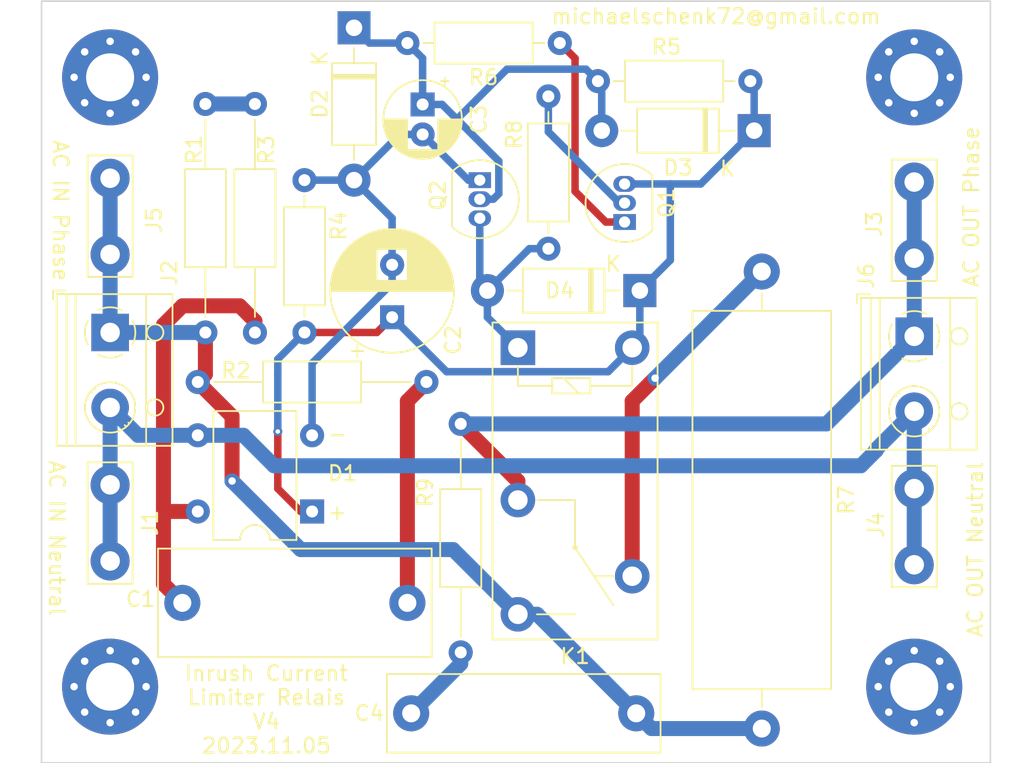
<source format=kicad_pcb>
(kicad_pcb (version 20221018) (generator pcbnew)
  (layers (0 "F.Cu" signal) (31 "B.Cu" signal) (34 "B.Paste" user) (35 "F.Paste" user) (36 "B.SilkS" user "B.Silkscreen") (37 "F.SilkS" user "F.Silkscreen") (38 "B.Mask" user) (39 "F.Mask" user) (44 "Edge.Cuts" user))
  (net 0 "")
  (net 1 "Net-(C1-Pad1)")
  (net 2 "Net-(C1-Pad2)")
  (net 3 "Net-(C2-Pad1)")
  (net 4 "Net-(C2-Pad2)")
  (net 5 "Net-(C3-Pad1)")
  (net 6 "Net-(C4-Pad2)")
  (net 7 "Net-(C4-Pad1)")
  (net 8 "Net-(K1-Pad4)")
  (net 9 "Net-(Q1-Pad1)")
  (net 10 "Net-(Q1-Pad2)")
  (net 11 "Net-(D1-Pad3)")
  (net 12 "Net-(D4-Pad2)")
  (net 13 "Net-(J3-Pad1)")
  (net 14 "Net-(R1-Pad2)")
  (footprint "Diode_THT:D_DO-41_SOD81_P10.16mm_Horizontal" (layer "F.Cu") (at 120.65 75.184 180)
    (fp_text reference "D4" (at 5.334 0) (layer "F.SilkS"))
    (fp_text value "1N4007")
    (fp_text user "K" (at 1.778 1.778) (layer "F.SilkS"))
    (pad "1" thru_hole rect (at 0 0 180) (size 2.2 2.2) (drill 1.1) (layers "*.Cu" "*.Mask") (net 3 "Net-(C2-Pad1)"))
    (pad "2" thru_hole oval (at 10.16 0 180) (size 2.2 2.2) (drill 1.1) (layers "*.Cu" "*.Mask") (net 12 "Net-(D4-Pad2)"))
  )
  (footprint "Resistor_THT:R_Axial_DIN0207_L6.3mm_D2.5mm_P15.24mm_Horizontal" (layer "F.Cu") (at 91.186 81.28)
    (fp_text reference "R2" (at 2.54 -0.762) (layer "F.SilkS"))
    (fp_text value "220R/1W")
    (pad "1" thru_hole circle (at 0 0) (size 1.6 1.6) (drill 0.8) (layers "*.Cu" "*.Mask") (net 7 "Net-(C4-Pad1)"))
    (pad "2" thru_hole oval (at 15.24 0) (size 1.6 1.6) (drill 0.8) (layers "*.Cu" "*.Mask") (net 1 "Net-(C1-Pad1)"))
  )
  (footprint "Capacitor_THT:CP_Radial_D5.0mm_P2.00mm" (layer "F.Cu") (at 106.172 62.77 -90)
    (fp_text reference "C3" (at 1 -3.75 90) (layer "F.SilkS"))
    (fp_text value "22uF/50V")
    (pad "1" thru_hole rect (at 0 0 270) (size 1.6 1.6) (drill 0.8) (layers "*.Cu" "*.Mask") (net 5 "Net-(C3-Pad1)"))
    (pad "2" thru_hole circle (at 2 0 270) (size 1.6 1.6) (drill 0.8) (layers "*.Cu" "*.Mask") (net 4 "Net-(C2-Pad2)"))
  )
  (footprint "TerminalBlock_RND:TerminalBlock_RND_205-00012_1x02_P5.00mm_Horizontal" (layer "F.Cu") (at 85.344 77.978 -90)
    (fp_text reference "J2" (at -3.978 -3.956 90) (layer "F.SilkS"))
    (fp_text value "Screw_Terminal_01x02")
    (pad "1" thru_hole rect (at 0 0 270) (size 2.5 2.5) (drill 1.3) (layers "*.Cu" "*.Mask") (net 7 "Net-(C4-Pad1)"))
    (pad "2" thru_hole circle (at 5 0 270) (size 2.5 2.5) (drill 1.3) (layers "*.Cu" "*.Mask") (net 11 "Net-(D1-Pad3)"))
  )
  (footprint "kicad-snk:TE-726386-2_Pitch5.08mm_Drill1.3mm" (layer "F.Cu") (at 138.938 93.472 90)
    (fp_text reference "J4" (at 2.667 -2.54 90) (layer "F.SilkS"))
    (fp_text value "AC-Neutral-OUT")
    (pad "1" thru_hole circle (at 0 0 90) (size 2.6 2.6) (drill 1.3) (layers "*.Cu" "*.Mask") (net 11 "Net-(D1-Pad3)"))
    (pad "1" thru_hole circle (at 5.08 0 90) (size 2.6 2.6) (drill 1.3) (layers "*.Cu" "*.Mask") (net 11 "Net-(D1-Pad3)"))
  )
  (footprint "Relay_THT:Relay_SPDT_Omron-G5Q-1" (layer "F.Cu") (at 112.522 78.994 -90)
    (fp_text reference "K1" (at 20.574 -3.81 180) (layer "F.SilkS"))
    (fp_text value "Omrom G5Q-1 DC24")
    (pad "1" thru_hole rect (at 0 0 90) (size 2.3 2.3) (drill 1.3) (layers "*.Cu" "*.Mask") (net 12 "Net-(D4-Pad2)"))
    (pad "2" thru_hole circle (at 10.16 0 90) (size 2.3 2.3) (drill 1.3) (layers "*.Cu" "*.Mask") (net 13 "Net-(J3-Pad1)"))
    (pad "3" thru_hole circle (at 17.78 0 90) (size 2.3 2.3) (drill 1.3) (layers "*.Cu" "*.Mask") (net 7 "Net-(C4-Pad1)"))
    (pad "4" thru_hole circle (at 15.24 -7.62 90) (size 2.3 2.3) (drill 1.3) (layers "*.Cu" "*.Mask") (net 8 "Net-(K1-Pad4)"))
    (pad "5" thru_hole circle (at 0 -7.62 90) (size 2.3 2.3) (drill 1.3) (layers "*.Cu" "*.Mask") (net 3 "Net-(C2-Pad1)"))
  )
  (footprint "kicad-snk:TE-726386-2_Pitch5.08mm_Drill1.3mm" (layer "F.Cu") (at 85.344 88.138 -90)
    (fp_text reference "J1" (at 2.54 -2.667 -90) (layer "F.SilkS"))
    (fp_text value "AC-Neutral-IN")
    (pad "1" thru_hole circle (at 0 0 270) (size 2.6 2.6) (drill 1.3) (layers "*.Cu" "*.Mask") (net 11 "Net-(D1-Pad3)"))
    (pad "1" thru_hole circle (at 5.08 0 270) (size 2.6 2.6) (drill 1.3) (layers "*.Cu" "*.Mask") (net 11 "Net-(D1-Pad3)"))
  )
  (footprint "Resistor_THT:R_Axial_DIN0207_L6.3mm_D2.5mm_P10.16mm_Horizontal" (layer "F.Cu") (at 114.554 62.23 -90)
    (fp_text reference "R8" (at 2.54 2.286 90) (layer "F.SilkS"))
    (fp_text value "22k")
    (pad "1" thru_hole circle (at 0 0 270) (size 1.6 1.6) (drill 0.8) (layers "*.Cu" "*.Mask") (net 10 "Net-(Q1-Pad2)"))
    (pad "2" thru_hole oval (at 10.16 0 270) (size 1.6 1.6) (drill 0.8) (layers "*.Cu" "*.Mask") (net 12 "Net-(D4-Pad2)"))
  )
  (footprint "kicad-snk:TE-726386-2_Pitch5.08mm_Drill1.3mm" (layer "F.Cu") (at 138.938 67.945 -90)
    (fp_text reference "J3" (at 2.794 2.667 -90) (layer "F.SilkS"))
    (fp_text value "AC-Phase-OUT")
    (pad "1" thru_hole circle (at 0 0 270) (size 2.6 2.6) (drill 1.3) (layers "*.Cu" "*.Mask") (net 13 "Net-(J3-Pad1)"))
    (pad "1" thru_hole circle (at 5.08 0 270) (size 2.6 2.6) (drill 1.3) (layers "*.Cu" "*.Mask") (net 13 "Net-(J3-Pad1)"))
  )
  (footprint "MountingHole:MountingHole_3.2mm_M3_Pad_Via" (layer "F.Cu") (at 85.344 60.96)
    (fp_text reference "MK1" hide)
    (fp_text value "Mounting_Hole_PAD")
    (pad "1" thru_hole circle (at -2.4 0) (size 0.8 0.8) (drill 0.5) (layers "*.Cu" "*.Mask"))
    (pad "1" thru_hole circle (at -1.697056 -1.697056) (size 0.8 0.8) (drill 0.5) (layers "*.Cu" "*.Mask"))
    (pad "1" thru_hole circle (at -1.697056 1.697056) (size 0.8 0.8) (drill 0.5) (layers "*.Cu" "*.Mask"))
    (pad "1" thru_hole circle (at 0 -2.4) (size 0.8 0.8) (drill 0.5) (layers "*.Cu" "*.Mask"))
    (pad "1" thru_hole circle (at 0 0) (size 6.4 6.4) (drill 3.2) (layers "*.Cu" "*.Mask"))
    (pad "1" thru_hole circle (at 0 2.4) (size 0.8 0.8) (drill 0.5) (layers "*.Cu" "*.Mask"))
    (pad "1" thru_hole circle (at 1.697056 -1.697056) (size 0.8 0.8) (drill 0.5) (layers "*.Cu" "*.Mask"))
    (pad "1" thru_hole circle (at 1.697056 1.697056) (size 0.8 0.8) (drill 0.5) (layers "*.Cu" "*.Mask"))
    (pad "1" thru_hole circle (at 2.4 0) (size 0.8 0.8) (drill 0.5) (layers "*.Cu" "*.Mask"))
  )
  (footprint "Package_TO_SOT_THT:TO-92_Inline" (layer "F.Cu") (at 119.634 70.612 90)
    (fp_text reference "Q1" (at 1.27 2.794 90) (layer "F.SilkS"))
    (fp_text value "BC559")
    (pad "1" thru_hole rect (at 0 0 90) (size 1.05 1.5) (drill 0.75) (layers "*.Cu" "*.Mask") (net 9 "Net-(Q1-Pad1)"))
    (pad "2" thru_hole oval (at 1.27 0 90) (size 1.05 1.5) (drill 0.75) (layers "*.Cu" "*.Mask") (net 10 "Net-(Q1-Pad2)"))
    (pad "3" thru_hole oval (at 2.54 0 90) (size 1.05 1.5) (drill 0.75) (layers "*.Cu" "*.Mask") (net 3 "Net-(C2-Pad1)"))
  )
  (footprint "Package_TO_SOT_THT:TO-92_Inline" (layer "F.Cu") (at 109.982 67.818 -90)
    (fp_text reference "Q2" (at 1.016 2.794 90) (layer "F.SilkS"))
    (fp_text value "2N7000")
    (pad "1" thru_hole rect (at 0 0 270) (size 1.05 1.5) (drill 0.75) (layers "*.Cu" "*.Mask") (net 4 "Net-(C2-Pad2)"))
    (pad "2" thru_hole oval (at 1.27 0 270) (size 1.05 1.5) (drill 0.75) (layers "*.Cu" "*.Mask") (net 5 "Net-(C3-Pad1)"))
    (pad "3" thru_hole oval (at 2.54 0 270) (size 1.05 1.5) (drill 0.75) (layers "*.Cu" "*.Mask") (net 12 "Net-(D4-Pad2)"))
  )
  (footprint "Resistor_THT:R_Axial_DIN0207_L6.3mm_D2.5mm_P10.16mm_Horizontal" (layer "F.Cu") (at 105.156 58.674)
    (fp_text reference "R6" (at 5.08 2.286) (layer "F.SilkS"))
    (fp_text value "220R")
    (pad "1" thru_hole circle (at 0 0) (size 1.6 1.6) (drill 0.8) (layers "*.Cu" "*.Mask") (net 5 "Net-(C3-Pad1)"))
    (pad "2" thru_hole oval (at 10.16 0) (size 1.6 1.6) (drill 0.8) (layers "*.Cu" "*.Mask") (net 9 "Net-(Q1-Pad1)"))
  )
  (footprint "TerminalBlock_RND:TerminalBlock_RND_205-00012_1x02_P5.00mm_Horizontal" (layer "F.Cu") (at 138.938 78.232 -90)
    (fp_text reference "J6" (at -4.032 3.188 90) (layer "F.SilkS"))
    (fp_text value "Screw_Terminal_01x02")
    (pad "1" thru_hole rect (at 0 0 270) (size 2.5 2.5) (drill 1.3) (layers "*.Cu" "*.Mask") (net 13 "Net-(J3-Pad1)"))
    (pad "2" thru_hole circle (at 5 0 270) (size 2.5 2.5) (drill 1.3) (layers "*.Cu" "*.Mask") (net 11 "Net-(D1-Pad3)"))
  )
  (footprint "MountingHole:MountingHole_3.2mm_M3_Pad_Via" (layer "F.Cu") (at 138.938 60.96)
    (fp_text reference "MK4" hide)
    (fp_text value "Mounting_Hole_PAD")
    (pad "1" thru_hole circle (at -2.4 0) (size 0.8 0.8) (drill 0.5) (layers "*.Cu" "*.Mask"))
    (pad "1" thru_hole circle (at -1.697056 -1.697056) (size 0.8 0.8) (drill 0.5) (layers "*.Cu" "*.Mask"))
    (pad "1" thru_hole circle (at -1.697056 1.697056) (size 0.8 0.8) (drill 0.5) (layers "*.Cu" "*.Mask"))
    (pad "1" thru_hole circle (at 0 -2.4) (size 0.8 0.8) (drill 0.5) (layers "*.Cu" "*.Mask"))
    (pad "1" thru_hole circle (at 0 0) (size 6.4 6.4) (drill 3.2) (layers "*.Cu" "*.Mask"))
    (pad "1" thru_hole circle (at 0 2.4) (size 0.8 0.8) (drill 0.5) (layers "*.Cu" "*.Mask"))
    (pad "1" thru_hole circle (at 1.697056 -1.697056) (size 0.8 0.8) (drill 0.5) (layers "*.Cu" "*.Mask"))
    (pad "1" thru_hole circle (at 1.697056 1.697056) (size 0.8 0.8) (drill 0.5) (layers "*.Cu" "*.Mask"))
    (pad "1" thru_hole circle (at 2.4 0) (size 0.8 0.8) (drill 0.5) (layers "*.Cu" "*.Mask"))
  )
  (footprint "Capacitor_THT:CP_Radial_D8.0mm_P3.50mm" (layer "F.Cu") (at 104.14 76.962 90)
    (fp_text reference "C2" (at -1.524 4.064 90) (layer "F.SilkS"))
    (fp_text value "100uF/50V")
    (pad "1" thru_hole rect (at 0 0 90) (size 1.6 1.6) (drill 0.8) (layers "*.Cu" "*.Mask") (net 3 "Net-(C2-Pad1)"))
    (pad "2" thru_hole circle (at 3.5 0 90) (size 1.6 1.6) (drill 0.8) (layers "*.Cu" "*.Mask") (net 4 "Net-(C2-Pad2)"))
  )
  (footprint "Diode_THT:Diode_Bridge_DIP-4_W7.62mm_P5.08mm" (layer "F.Cu") (at 98.806 89.916 180)
    (fp_text reference "D1" (at -2.032 2.54) (layer "F.SilkS"))
    (fp_text value "DF04M")
    (pad "1" thru_hole rect (at 0 0 180) (size 1.6 1.6) (drill 0.8) (layers "*.Cu" "*.Mask") (net 3 "Net-(C2-Pad1)"))
    (pad "2" thru_hole oval (at 0 5.08 180) (size 1.6 1.6) (drill 0.8) (layers "*.Cu" "*.Mask") (net 4 "Net-(C2-Pad2)"))
    (pad "3" thru_hole oval (at 7.62 5.08 180) (size 1.6 1.6) (drill 0.8) (layers "*.Cu" "*.Mask") (net 11 "Net-(D1-Pad3)"))
    (pad "4" thru_hole oval (at 7.62 0 180) (size 1.6 1.6) (drill 0.8) (layers "*.Cu" "*.Mask") (net 2 "Net-(C1-Pad2)"))
  )
  (footprint "Resistor_THT:R_Axial_DIN0207_L6.3mm_D2.5mm_P10.16mm_Horizontal" (layer "F.Cu") (at 98.298 77.978 90)
    (fp_text reference "R4" (at 7.112 2.286 90) (layer "F.SilkS"))
    (fp_text value "3k9")
    (pad "1" thru_hole circle (at 0 0 90) (size 1.6 1.6) (drill 0.8) (layers "*.Cu" "*.Mask") (net 3 "Net-(C2-Pad1)"))
    (pad "2" thru_hole oval (at 10.16 0 90) (size 1.6 1.6) (drill 0.8) (layers "*.Cu" "*.Mask") (net 4 "Net-(C2-Pad2)"))
  )
  (footprint "Capacitor_THT:C_Rect_L18.0mm_W7.0mm_P15.00mm_FKS3_FKP3" (layer "F.Cu") (at 105.156 96.012 180)
    (fp_text reference "C1" (at 17.78 0.254) (layer "F.SilkS"))
    (fp_text value "220nF/X2")
    (pad "1" thru_hole circle (at 0 0 180) (size 2.4 2.4) (drill 1.2) (layers "*.Cu" "*.Mask") (net 1 "Net-(C1-Pad1)"))
    (pad "2" thru_hole circle (at 15 0 180) (size 2.4 2.4) (drill 1.2) (layers "*.Cu" "*.Mask") (net 2 "Net-(C1-Pad2)"))
  )
  (footprint "Resistor_THT:R_Axial_DIN0207_L6.3mm_D2.5mm_P10.16mm_Horizontal" (layer "F.Cu") (at 128.016 61.214 180)
    (fp_text reference "R5" (at 5.588 2.286) (layer "F.SilkS"))
    (fp_text value "100k")
    (pad "1" thru_hole circle (at 0 0 180) (size 1.6 1.6) (drill 0.8) (layers "*.Cu" "*.Mask") (net 3 "Net-(C2-Pad1)"))
    (pad "2" thru_hole oval (at 10.16 0 180) (size 1.6 1.6) (drill 0.8) (layers "*.Cu" "*.Mask") (net 5 "Net-(C3-Pad1)"))
  )
  (footprint "Resistor_THT:R_Axial_DIN0207_L6.3mm_D2.5mm_P15.24mm_Horizontal" (layer "F.Cu") (at 94.996 62.738 -90)
    (fp_text reference "R3" (at 3.048 -0.762 -90) (layer "F.SilkS"))
    (fp_text value "270k/1W")
    (pad "1" thru_hole circle (at 0 0 270) (size 1.6 1.6) (drill 0.8) (layers "*.Cu" "*.Mask") (net 14 "Net-(R1-Pad2)"))
    (pad "2" thru_hole oval (at 15.24 0 270) (size 1.6 1.6) (drill 0.8) (layers "*.Cu" "*.Mask") (net 2 "Net-(C1-Pad2)"))
  )
  (footprint "Diode_THT:D_DO-41_SOD81_P10.16mm_Horizontal" (layer "F.Cu") (at 128.27 64.516 180)
    (fp_text reference "D3" (at 5.08 -2.47) (layer "F.SilkS"))
    (fp_text value "1N4007")
    (fp_text user "K" (at 1.778 -2.54) (layer "F.SilkS"))
    (pad "1" thru_hole rect (at 0 0 180) (size 2.2 2.2) (drill 1.1) (layers "*.Cu" "*.Mask") (net 3 "Net-(C2-Pad1)"))
    (pad "2" thru_hole oval (at 10.16 0 180) (size 2.2 2.2) (drill 1.1) (layers "*.Cu" "*.Mask") (net 5 "Net-(C3-Pad1)"))
  )
  (footprint "kicad-snk:TE-726386-2_Pitch5.08mm_Drill1.3mm" (layer "F.Cu") (at 85.344 72.771 90)
    (fp_text reference "J5" (at 2.286 2.921 90) (layer "F.SilkS"))
    (fp_text value "AC-Phase-IN")
    (pad "1" thru_hole circle (at 0 0 90) (size 2.6 2.6) (drill 1.3) (layers "*.Cu" "*.Mask") (net 7 "Net-(C4-Pad1)"))
    (pad "1" thru_hole circle (at 5.08 0 90) (size 2.6 2.6) (drill 1.3) (layers "*.Cu" "*.Mask") (net 7 "Net-(C4-Pad1)"))
  )
  (footprint "Capacitor_THT:C_Rect_L18.0mm_W5.0mm_P15.00mm_FKS3_FKP3" (layer "F.Cu") (at 120.41 103.378 180)
    (fp_text reference "C4" (at 17.794 0) (layer "F.SilkS"))
    (fp_text value "100nF/X2")
    (pad "1" thru_hole circle (at 0 0 180) (size 2.4 2.4) (drill 1.2) (layers "*.Cu" "*.Mask") (net 7 "Net-(C4-Pad1)"))
    (pad "2" thru_hole circle (at 15 0 180) (size 2.4 2.4) (drill 1.2) (layers "*.Cu" "*.Mask") (net 6 "Net-(C4-Pad2)"))
  )
  (footprint "Resistor_THT:R_Axial_Power_L25.0mm_W9.0mm_P30.48mm" (layer "F.Cu") (at 128.778 73.914 -90)
    (fp_text reference "R7" (at 15.24 -5.62 90) (layer "F.SilkS"))
    (fp_text value "100R/5W")
    (pad "1" thru_hole circle (at 0 0 270) (size 2.4 2.4) (drill 1.2) (layers "*.Cu" "*.Mask") (net 8 "Net-(K1-Pad4)"))
    (pad "2" thru_hole oval (at 30.48 0 270) (size 2.4 2.4) (drill 1.2) (layers "*.Cu" "*.Mask") (net 7 "Net-(C4-Pad1)"))
  )
  (footprint "Resistor_THT:R_Axial_DIN0207_L6.3mm_D2.5mm_P15.24mm_Horizontal" (layer "F.Cu") (at 108.712 99.314 90)
    (fp_text reference "R9" (at 10.668 -2.37 90) (layer "F.SilkS"))
    (fp_text value "100R/1W")
    (pad "1" thru_hole circle (at 0 0 90) (size 1.6 1.6) (drill 0.8) (layers "*.Cu" "*.Mask") (net 6 "Net-(C4-Pad2)"))
    (pad "2" thru_hole oval (at 15.24 0 90) (size 1.6 1.6) (drill 0.8) (layers "*.Cu" "*.Mask") (net 13 "Net-(J3-Pad1)"))
  )
  (footprint "Resistor_THT:R_Axial_DIN0207_L6.3mm_D2.5mm_P15.24mm_Horizontal" (layer "F.Cu") (at 91.694 77.978 90)
    (fp_text reference "R1" (at 12.192 -0.762 90) (layer "F.SilkS"))
    (fp_text value "270k/1W")
    (pad "1" thru_hole circle (at 0 0 90) (size 1.6 1.6) (drill 0.8) (layers "*.Cu" "*.Mask") (net 7 "Net-(C4-Pad1)"))
    (pad "2" thru_hole oval (at 15.24 0 90) (size 1.6 1.6) (drill 0.8) (layers "*.Cu" "*.Mask") (net 14 "Net-(R1-Pad2)"))
  )
  (footprint "MountingHole:MountingHole_3.2mm_M3_Pad_Via" (layer "F.Cu") (at 138.938 101.6)
    (fp_text reference "MK3" hide)
    (fp_text value "Mounting_Hole_PAD")
    (pad "1" thru_hole circle (at -2.4 0) (size 0.8 0.8) (drill 0.5) (layers "*.Cu" "*.Mask"))
    (pad "1" thru_hole circle (at -1.697056 -1.697056) (size 0.8 0.8) (drill 0.5) (layers "*.Cu" "*.Mask"))
    (pad "1" thru_hole circle (at -1.697056 1.697056) (size 0.8 0.8) (drill 0.5) (layers "*.Cu" "*.Mask"))
    (pad "1" thru_hole circle (at 0 -2.4) (size 0.8 0.8) (drill 0.5) (layers "*.Cu" "*.Mask"))
    (pad "1" thru_hole circle (at 0 0) (size 6.4 6.4) (drill 3.2) (layers "*.Cu" "*.Mask"))
    (pad "1" thru_hole circle (at 0 2.4) (size 0.8 0.8) (drill 0.5) (layers "*.Cu" "*.Mask"))
    (pad "1" thru_hole circle (at 1.697056 -1.697056) (size 0.8 0.8) (drill 0.5) (layers "*.Cu" "*.Mask"))
    (pad "1" thru_hole circle (at 1.697056 1.697056) (size 0.8 0.8) (drill 0.5) (layers "*.Cu" "*.Mask"))
    (pad "1" thru_hole circle (at 2.4 0) (size 0.8 0.8) (drill 0.5) (layers "*.Cu" "*.Mask"))
  )
  (footprint "MountingHole:MountingHole_3.2mm_M3_Pad_Via" (layer "F.Cu") (at 85.344 101.6)
    (fp_text reference "MK2" hide)
    (fp_text value "Mounting_Hole_PAD")
    (pad "1" thru_hole circle (at -2.4 0) (size 0.8 0.8) (drill 0.5) (layers "*.Cu" "*.Mask"))
    (pad "1" thru_hole circle (at -1.697056 -1.697056) (size 0.8 0.8) (drill 0.5) (layers "*.Cu" "*.Mask"))
    (pad "1" thru_hole circle (at -1.697056 1.697056) (size 0.8 0.8) (drill 0.5) (layers "*.Cu" "*.Mask"))
    (pad "1" thru_hole circle (at 0 -2.4) (size 0.8 0.8) (drill 0.5) (layers "*.Cu" "*.Mask"))
    (pad "1" thru_hole circle (at 0 0) (size 6.4 6.4) (drill 3.2) (layers "*.Cu" "*.Mask"))
    (pad "1" thru_hole circle (at 0 2.4) (size 0.8 0.8) (drill 0.5) (layers "*.Cu" "*.Mask"))
    (pad "1" thru_hole circle (at 1.697056 -1.697056) (size 0.8 0.8) (drill 0.5) (layers "*.Cu" "*.Mask"))
    (pad "1" thru_hole circle (at 1.697056 1.697056) (size 0.8 0.8) (drill 0.5) (layers "*.Cu" "*.Mask"))
    (pad "1" thru_hole circle (at 2.4 0) (size 0.8 0.8) (drill 0.5) (layers "*.Cu" "*.Mask"))
  )
  (footprint "Diode_THT:D_DO-41_SOD81_P10.16mm_Horizontal" (layer "F.Cu") (at 101.6 57.658 -90)
    (fp_text reference "D2" (at 5.08 2.286 -270) (layer "F.SilkS"))
    (fp_text value "1N4742A/12V/1W")
    (fp_text user "K" (at 2.032 2.286 -270) (layer "F.SilkS"))
    (pad "1" thru_hole rect (at 0 0 270) (size 2.2 2.2) (drill 1.1) (layers "*.Cu" "*.Mask") (net 5 "Net-(C3-Pad1)"))
    (pad "2" thru_hole oval (at 10.16 0 270) (size 2.2 2.2) (drill 1.1) (layers "*.Cu" "*.Mask") (net 4 "Net-(C2-Pad2)"))
  )
  (gr_rect (start 80.772 55.88) (end 144.018 106.68) (stroke (width 0.1)) (fill none) (layer "Edge.Cuts"))
  (gr_text "-" (at 99.7712 85.342734) (layer "F.SilkS") (effects (font (size 1 1)) (justify left bottom)))
  (gr_text "Inrush Current\nLimiter Relais\nV4\n2023.11.05" (at 95.758 103.124) (layer "F.SilkS") (effects (font (size 1 1))))
  (gr_text "+" (at 99.7712 90.551) (layer "F.SilkS") (effects (font (size 1 1)) (justify left bottom)))
  (gr_text "michaelschenk72@gmail.com" (at 125.73 56.896) (layer "F.SilkS") (effects (font (size 1 1))))
  (gr_text "AC IN Phase" (at 82.042 69.85 270) (layer "F.SilkS") (effects (font (size 1 1))))
  (gr_text "AC OUT Phase" (at 142.748 69.596 90) (layer "F.SilkS") (effects (font (size 1 1))))
  (gr_text "AC IN Neutral" (at 81.788 91.694 270) (layer "F.SilkS") (effects (font (size 1 1))))
  (gr_text "AC OUT Neutral" (at 143.002 92.456 90) (layer "F.SilkS") (effects (font (size 1 1))))
  (segment (start 105.156 82.55) (end 106.426 81.28) (width 1) (layer "F.Cu") (net 1))
  (segment (start 105.156 96.012) (end 105.156 82.55) (width 1) (layer "F.Cu") (net 1))
  (segment (start 90.156 96.012) (end 88.9 94.756) (width 1) (layer "F.Cu") (net 2))
  (segment (start 88.9 89.916) (end 88.9 77.47) (width 1) (layer "F.Cu") (net 2))
  (segment (start 94.996 77.216) (end 94.996 77.978) (width 1) (layer "F.Cu") (net 2))
  (segment (start 88.9 94.756) (end 88.9 89.916) (width 1) (layer "F.Cu") (net 2))
  (segment (start 90.17 76.2) (end 93.98 76.2) (width 1) (layer "F.Cu") (net 2))
  (segment (start 93.98 76.2) (end 94.996 77.216) (width 1) (layer "F.Cu") (net 2))
  (segment (start 88.9 77.47) (end 90.17 76.2) (width 1) (layer "F.Cu") (net 2))
  (segment (start 91.186 89.916) (end 88.9 89.916) (width 1) (layer "F.Cu") (net 2))
  (segment (start 98.044 89.916) (end 98.806 89.916) (width 0.5) (layer "F.Cu") (net 3))
  (segment (start 98.298 77.978) (end 103.124 77.978) (width 0.5) (layer "F.Cu") (net 3))
  (segment (start 103.124 77.978) (end 104.14 76.962) (width 0.5) (layer "F.Cu") (net 3))
  (segment (start 96.52 84.582) (end 96.52 88.392) (width 0.5) (layer "F.Cu") (net 3))
  (segment (start 96.52 88.392) (end 98.044 89.916) (width 0.5) (layer "F.Cu") (net 3))
  (via (at 96.52 84.582) (size 0.6) (drill 0.3) (layers "F.Cu" "B.Cu") (net 3))
  (segment (start 120.65 78.486) (end 120.142 78.994) (width 0.5) (layer "B.Cu") (net 3))
  (segment (start 96.52 80.772) (end 96.52 84.582) (width 0.5) (layer "B.Cu") (net 3))
  (segment (start 124.714 68.072) (end 128.27 64.516) (width 0.5) (layer "B.Cu") (net 3))
  (segment (start 122.682 73.152) (end 122.682 68.072) (width 0.5) (layer "B.Cu") (net 3))
  (segment (start 98.298 77.978) (end 96.52 79.756) (width 0.5) (layer "B.Cu") (net 3))
  (segment (start 96.52 79.756) (end 96.52 80.772) (width 0.5) (layer "B.Cu") (net 3))
  (segment (start 104.14 76.962) (end 107.771511 80.593511) (width 0.5) (layer "B.Cu") (net 3))
  (segment (start 128.27 64.516) (end 128.27 61.468) (width 0.5) (layer "B.Cu") (net 3))
  (segment (start 122.682 68.072) (end 124.714 68.072) (width 0.5) (layer "B.Cu") (net 3))
  (segment (start 119.634 68.072) (end 122.682 68.072) (width 0.5) (layer "B.Cu") (net 3))
  (segment (start 107.771511 80.593511) (end 118.542489 80.593511) (width 0.5) (layer "B.Cu") (net 3))
  (segment (start 120.65 75.184) (end 122.682 73.152) (width 0.5) (layer "B.Cu") (net 3))
  (segment (start 128.27 61.468) (end 128.016 61.214) (width 0.5) (layer "B.Cu") (net 3))
  (segment (start 118.542489 80.593511) (end 120.142 78.994) (width 0.5) (layer "B.Cu") (net 3))
  (segment (start 120.65 75.184) (end 120.65 78.486) (width 0.5) (layer "B.Cu") (net 3))
  (segment (start 98.806 84.836) (end 98.806 80.030489) (width 0.5) (layer "B.Cu") (net 4))
  (segment (start 104.14 73.462) (end 104.14 70.358) (width 0.5) (layer "B.Cu") (net 4))
  (segment (start 101.6 67.818) (end 104.648 64.77) (width 0.5) (layer "B.Cu") (net 4))
  (segment (start 104.14 74.696489) (end 104.14 73.462) (width 0.5) (layer "B.Cu") (net 4))
  (segment (start 109.982 67.818) (end 109.22 67.818) (width 0.5) (layer "B.Cu") (net 4))
  (segment (start 104.14 70.358) (end 101.6 67.818) (width 0.5) (layer "B.Cu") (net 4))
  (segment (start 98.298 67.818) (end 101.6 67.818) (width 0.5) (layer "B.Cu") (net 4))
  (segment (start 104.648 64.77) (end 106.172 64.77) (width 0.5) (layer "B.Cu") (net 4))
  (segment (start 98.806 80.030489) (end 104.14 74.696489) (width 0.5) (layer "B.Cu") (net 4))
  (segment (start 109.22 67.818) (end 106.172 64.77) (width 0.5) (layer "B.Cu") (net 4))
  (segment (start 117.856 61.214) (end 117.056001 60.414001) (width 0.5) (layer "B.Cu") (net 5))
  (segment (start 111.252 66.55) (end 107.472 62.77) (width 0.5) (layer "B.Cu") (net 5))
  (segment (start 109.982 69.088) (end 110.886022 69.088) (width 0.5) (layer "B.Cu") (net 5))
  (segment (start 110.886022 69.088) (end 111.252 68.722022) (width 0.5) (layer "B.Cu") (net 5))
  (segment (start 118.11 61.468) (end 117.856 61.214) (width 0.5) (layer "B.Cu") (net 5))
  (segment (start 106.172 62.77) (end 106.172 59.69) (width 0.5) (layer "B.Cu") (net 5))
  (segment (start 111.252 68.722022) (end 111.252 66.55) (width 0.5) (layer "B.Cu") (net 5))
  (segment (start 102.616 58.674) (end 101.6 57.658) (width 0.5) (layer "B.Cu") (net 5))
  (segment (start 117.056001 60.414001) (end 111.797999 60.414001) (width 0.5) (layer "B.Cu") (net 5))
  (segment (start 107.472 62.77) (end 106.172 62.77) (width 0.5) (layer "B.Cu") (net 5))
  (segment (start 111.797999 60.414001) (end 108.457 63.755) (width 0.5) (layer "B.Cu") (net 5))
  (segment (start 106.172 59.69) (end 105.156 58.674) (width 0.5) (layer "B.Cu") (net 5))
  (segment (start 118.11 64.516) (end 118.11 61.468) (width 0.5) (layer "B.Cu") (net 5))
  (segment (start 105.156 58.674) (end 102.616 58.674) (width 0.5) (layer "B.Cu") (net 5))
  (segment (start 108.712 100.076) (end 105.41 103.378) (width 1) (layer "B.Cu") (net 6))
  (segment (start 108.712 99.314) (end 108.712 100.076) (width 1) (layer "B.Cu") (net 6))
  (segment (start 91.186 81.28) (end 93.472 83.566) (width 1) (layer "F.Cu") (net 7))
  (segment (start 91.694 80.772) (end 91.186 81.28) (width 1) (layer "F.Cu") (net 7))
  (segment (start 91.694 77.978) (end 91.694 80.772) (width 1) (layer "F.Cu") (net 7))
  (segment (start 93.472 83.566) (end 93.472 87.884) (width 1) (layer "F.Cu") (net 7))
  (via (at 93.472 87.884) (size 1) (drill 0.5) (layers "F.Cu" "B.Cu") (net 7))
  (segment (start 93.472 87.884) (end 98.044 92.456) (width 1) (layer "B.Cu") (net 7))
  (segment (start 121.426 104.394) (end 120.41 103.378) (width 1) (layer "B.Cu") (net 7))
  (segment (start 98.044 92.456) (end 108.204 92.456) (width 1) (layer "B.Cu") (net 7))
  (segment (start 85.344 77.978) (end 85.344 72.771) (width 1) (layer "B.Cu") (net 7))
  (segment (start 85.344 77.978) (end 91.694 77.978) (width 1) (layer "B.Cu") (net 7))
  (segment (start 120.41 103.378) (end 113.806 96.774) (width 1) (layer "B.Cu") (net 7))
  (segment (start 108.204 92.456) (end 112.522 96.774) (width 1) (layer "B.Cu") (net 7))
  (segment (start 113.806 96.774) (end 112.522 96.774) (width 1) (layer "B.Cu") (net 7))
  (segment (start 85.344 72.771) (end 85.344 67.691) (width 1) (layer "B.Cu") (net 7))
  (segment (start 128.778 104.394) (end 121.426 104.394) (width 1) (layer "B.Cu") (net 7))
  (segment (start 120.142 82.55) (end 121.666 81.026) (width 1) (layer "F.Cu") (net 8))
  (segment (start 120.142 94.234) (end 120.142 82.55) (width 1) (layer "F.Cu") (net 8))
  (via (at 121.666 81.026) (size 1) (drill 0.5) (layers "F.Cu" "B.Cu") (net 8))
  (segment (start 121.666 81.026) (end 128.778 73.914) (width 1) (layer "B.Cu") (net 8))
  (segment (start 116.332 68.56) (end 118.384 70.612) (width 0.5) (layer "F.Cu") (net 9))
  (segment (start 116.332 59.69) (end 116.332 68.56) (width 0.5) (layer "F.Cu") (net 9))
  (segment (start 118.384 70.612) (end 119.634 70.612) (width 0.5) (layer "F.Cu") (net 9))
  (segment (start 115.316 58.674) (end 116.332 59.69) (width 0.5) (layer "F.Cu") (net 9))
  (segment (start 114.554 64.595179) (end 119.300821 69.342) (width 0.5) (layer "B.Cu") (net 10))
  (segment (start 114.554 62.23) (end 114.554 64.595179) (width 0.5) (layer "B.Cu") (net 10))
  (segment (start 119.300821 69.342) (end 119.634 69.342) (width 0.5) (layer "B.Cu") (net 10))
  (segment (start 96.266 86.868) (end 135.382 86.868) (width 1) (layer "B.Cu") (net 11))
  (segment (start 138.938 88.392) (end 138.938 83.232) (width 1) (layer "B.Cu") (net 11))
  (segment (start 85.344 93.218) (end 85.344 88.138) (width 1) (layer "B.Cu") (net 11))
  (segment (start 136.398 85.852) (end 136.398 85.772) (width 1) (layer "B.Cu") (net 11))
  (segment (start 94.234 84.836) (end 96.266 86.868) (width 1) (layer "B.Cu") (net 11))
  (segment (start 135.382 86.868) (end 136.398 85.852) (width 1) (layer "B.Cu") (net 11))
  (segment (start 87.202 84.836) (end 85.344 82.978) (width 1) (layer "B.Cu") (net 11))
  (segment (start 91.186 84.836) (end 94.234 84.836) (width 1) (layer "B.Cu") (net 11))
  (segment (start 85.344 88.138) (end 85.344 82.978) (width 1) (layer "B.Cu") (net 11))
  (segment (start 91.186 84.836) (end 87.202 84.836) (width 1) (layer "B.Cu") (net 11))
  (segment (start 138.938 93.472) (end 138.938 88.392) (width 1) (layer "B.Cu") (net 11))
  (segment (start 136.398 85.772) (end 138.938 83.232) (width 1) (layer "B.Cu") (net 11))
  (segment (start 110.49 75.184) (end 110.49 76.962) (width 0.5) (layer "B.Cu") (net 12))
  (segment (start 109.982 74.676) (end 110.49 75.184) (width 0.5) (layer "B.Cu") (net 12))
  (segment (start 110.49 76.962) (end 112.522 78.994) (width 0.5) (layer "B.Cu") (net 12))
  (segment (start 109.982 70.358) (end 109.982 74.676) (width 0.5) (layer "B.Cu") (net 12))
  (segment (start 114.554 72.39) (end 113.284 72.39) (width 0.5) (layer "B.Cu") (net 12))
  (segment (start 113.284 72.39) (end 110.49 75.184) (width 0.5) (layer "B.Cu") (net 12))
  (segment (start 112.522 87.884) (end 108.712 84.074) (width 1) (layer "F.Cu") (net 13))
  (segment (start 112.522 89.154) (end 112.522 87.884) (width 1) (layer "F.Cu") (net 13))
  (segment (start 133.096 84.074) (end 138.938 78.232) (width 1) (layer "B.Cu") (net 13))
  (segment (start 138.938 73.025) (end 138.938 67.945) (width 1) (layer "B.Cu") (net 13))
  (segment (start 138.938 78.232) (end 138.938 73.025) (width 1) (layer "B.Cu") (net 13))
  (segment (start 108.712 84.074) (end 133.096 84.074) (width 1) (layer "B.Cu") (net 13))
  (segment (start 91.694 62.738) (end 94.996 62.738) (width 1) (layer "B.Cu") (net 14))
)
</source>
